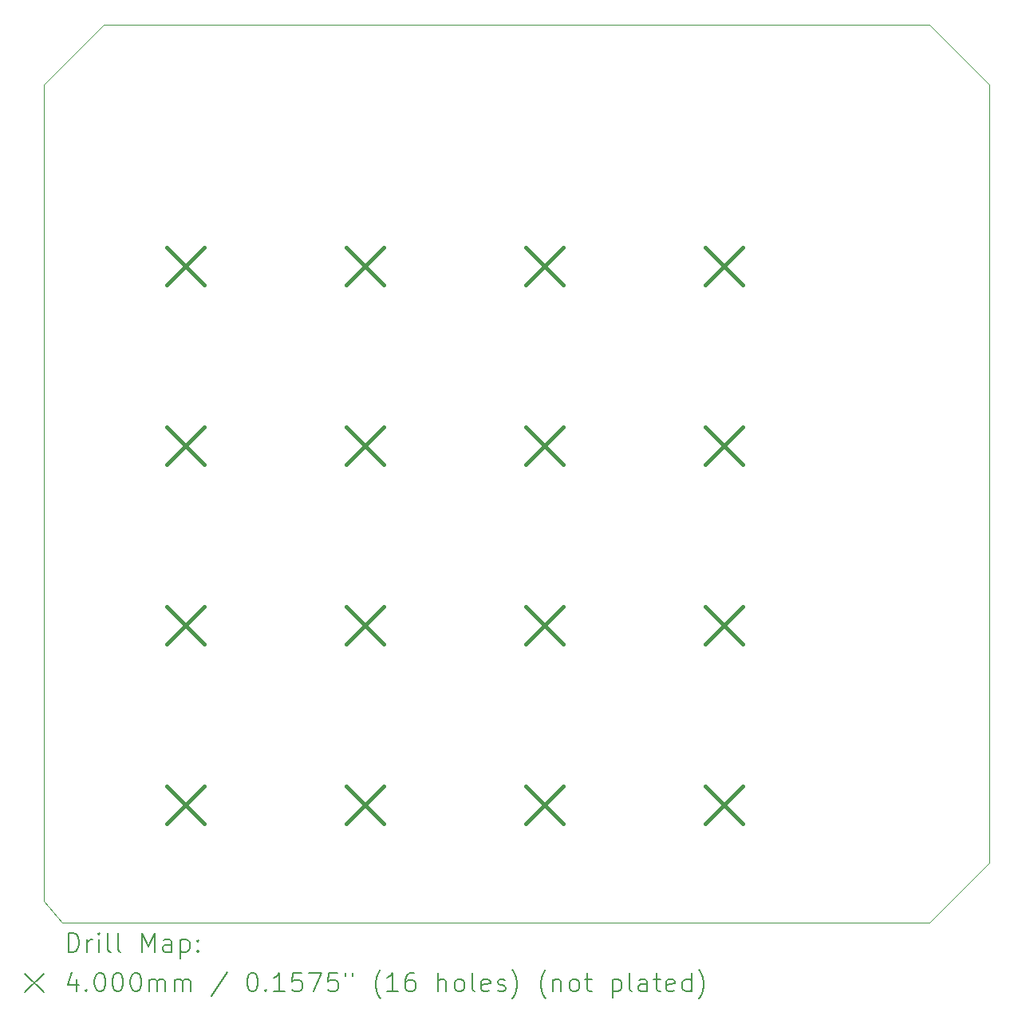
<source format=gbr>
%TF.GenerationSoftware,KiCad,Pcbnew,9.0.0*%
%TF.CreationDate,2025-06-15T15:39:55+02:00*%
%TF.ProjectId,8-bit computer_Keypad_Module,382d6269-7420-4636-9f6d-70757465725f,rev?*%
%TF.SameCoordinates,Original*%
%TF.FileFunction,Drillmap*%
%TF.FilePolarity,Positive*%
%FSLAX45Y45*%
G04 Gerber Fmt 4.5, Leading zero omitted, Abs format (unit mm)*
G04 Created by KiCad (PCBNEW 9.0.0) date 2025-06-15 15:39:55*
%MOMM*%
%LPD*%
G01*
G04 APERTURE LIST*
%ADD10C,0.050000*%
%ADD11C,0.200000*%
%ADD12C,0.400000*%
G04 APERTURE END LIST*
D10*
X11430000Y-4572000D02*
X20193000Y-4572000D01*
X20193000Y-14097000D02*
X11430000Y-14097000D01*
X20828000Y-13462000D02*
X20193000Y-14097000D01*
X10795000Y-5207000D02*
X11430000Y-4572000D01*
X20828000Y-5207000D02*
X20828000Y-13462000D01*
X10795000Y-13869797D02*
X10983002Y-14097000D01*
X20193000Y-4572000D02*
X20828000Y-5207000D01*
X11430000Y-14097000D02*
X10983002Y-14097000D01*
X10795000Y-13462000D02*
X10795000Y-5207000D01*
X10795000Y-13462000D02*
X10795000Y-13869797D01*
D11*
D12*
X12093600Y-6937400D02*
X12493600Y-7337400D01*
X12493600Y-6937400D02*
X12093600Y-7337400D01*
X12093600Y-8842400D02*
X12493600Y-9242400D01*
X12493600Y-8842400D02*
X12093600Y-9242400D01*
X12093600Y-10747400D02*
X12493600Y-11147400D01*
X12493600Y-10747400D02*
X12093600Y-11147400D01*
X12093600Y-12652400D02*
X12493600Y-13052400D01*
X12493600Y-12652400D02*
X12093600Y-13052400D01*
X13998600Y-6937400D02*
X14398600Y-7337400D01*
X14398600Y-6937400D02*
X13998600Y-7337400D01*
X13998600Y-8842400D02*
X14398600Y-9242400D01*
X14398600Y-8842400D02*
X13998600Y-9242400D01*
X13998600Y-10747400D02*
X14398600Y-11147400D01*
X14398600Y-10747400D02*
X13998600Y-11147400D01*
X13998600Y-12652400D02*
X14398600Y-13052400D01*
X14398600Y-12652400D02*
X13998600Y-13052400D01*
X15903600Y-6937400D02*
X16303600Y-7337400D01*
X16303600Y-6937400D02*
X15903600Y-7337400D01*
X15903600Y-8842400D02*
X16303600Y-9242400D01*
X16303600Y-8842400D02*
X15903600Y-9242400D01*
X15903600Y-10747400D02*
X16303600Y-11147400D01*
X16303600Y-10747400D02*
X15903600Y-11147400D01*
X15903600Y-12652400D02*
X16303600Y-13052400D01*
X16303600Y-12652400D02*
X15903600Y-13052400D01*
X17808600Y-6937400D02*
X18208600Y-7337400D01*
X18208600Y-6937400D02*
X17808600Y-7337400D01*
X17808600Y-8842400D02*
X18208600Y-9242400D01*
X18208600Y-8842400D02*
X17808600Y-9242400D01*
X17808600Y-10747400D02*
X18208600Y-11147400D01*
X18208600Y-10747400D02*
X17808600Y-11147400D01*
X17808600Y-12652400D02*
X18208600Y-13052400D01*
X18208600Y-12652400D02*
X17808600Y-13052400D01*
D11*
X11053277Y-14410984D02*
X11053277Y-14210984D01*
X11053277Y-14210984D02*
X11100896Y-14210984D01*
X11100896Y-14210984D02*
X11129467Y-14220508D01*
X11129467Y-14220508D02*
X11148515Y-14239555D01*
X11148515Y-14239555D02*
X11158039Y-14258603D01*
X11158039Y-14258603D02*
X11167563Y-14296698D01*
X11167563Y-14296698D02*
X11167563Y-14325269D01*
X11167563Y-14325269D02*
X11158039Y-14363365D01*
X11158039Y-14363365D02*
X11148515Y-14382412D01*
X11148515Y-14382412D02*
X11129467Y-14401460D01*
X11129467Y-14401460D02*
X11100896Y-14410984D01*
X11100896Y-14410984D02*
X11053277Y-14410984D01*
X11253277Y-14410984D02*
X11253277Y-14277650D01*
X11253277Y-14315746D02*
X11262801Y-14296698D01*
X11262801Y-14296698D02*
X11272324Y-14287174D01*
X11272324Y-14287174D02*
X11291372Y-14277650D01*
X11291372Y-14277650D02*
X11310420Y-14277650D01*
X11377086Y-14410984D02*
X11377086Y-14277650D01*
X11377086Y-14210984D02*
X11367562Y-14220508D01*
X11367562Y-14220508D02*
X11377086Y-14230031D01*
X11377086Y-14230031D02*
X11386610Y-14220508D01*
X11386610Y-14220508D02*
X11377086Y-14210984D01*
X11377086Y-14210984D02*
X11377086Y-14230031D01*
X11500896Y-14410984D02*
X11481848Y-14401460D01*
X11481848Y-14401460D02*
X11472324Y-14382412D01*
X11472324Y-14382412D02*
X11472324Y-14210984D01*
X11605658Y-14410984D02*
X11586610Y-14401460D01*
X11586610Y-14401460D02*
X11577086Y-14382412D01*
X11577086Y-14382412D02*
X11577086Y-14210984D01*
X11834229Y-14410984D02*
X11834229Y-14210984D01*
X11834229Y-14210984D02*
X11900896Y-14353841D01*
X11900896Y-14353841D02*
X11967562Y-14210984D01*
X11967562Y-14210984D02*
X11967562Y-14410984D01*
X12148515Y-14410984D02*
X12148515Y-14306222D01*
X12148515Y-14306222D02*
X12138991Y-14287174D01*
X12138991Y-14287174D02*
X12119943Y-14277650D01*
X12119943Y-14277650D02*
X12081848Y-14277650D01*
X12081848Y-14277650D02*
X12062801Y-14287174D01*
X12148515Y-14401460D02*
X12129467Y-14410984D01*
X12129467Y-14410984D02*
X12081848Y-14410984D01*
X12081848Y-14410984D02*
X12062801Y-14401460D01*
X12062801Y-14401460D02*
X12053277Y-14382412D01*
X12053277Y-14382412D02*
X12053277Y-14363365D01*
X12053277Y-14363365D02*
X12062801Y-14344317D01*
X12062801Y-14344317D02*
X12081848Y-14334793D01*
X12081848Y-14334793D02*
X12129467Y-14334793D01*
X12129467Y-14334793D02*
X12148515Y-14325269D01*
X12243753Y-14277650D02*
X12243753Y-14477650D01*
X12243753Y-14287174D02*
X12262801Y-14277650D01*
X12262801Y-14277650D02*
X12300896Y-14277650D01*
X12300896Y-14277650D02*
X12319943Y-14287174D01*
X12319943Y-14287174D02*
X12329467Y-14296698D01*
X12329467Y-14296698D02*
X12338991Y-14315746D01*
X12338991Y-14315746D02*
X12338991Y-14372888D01*
X12338991Y-14372888D02*
X12329467Y-14391936D01*
X12329467Y-14391936D02*
X12319943Y-14401460D01*
X12319943Y-14401460D02*
X12300896Y-14410984D01*
X12300896Y-14410984D02*
X12262801Y-14410984D01*
X12262801Y-14410984D02*
X12243753Y-14401460D01*
X12424705Y-14391936D02*
X12434229Y-14401460D01*
X12434229Y-14401460D02*
X12424705Y-14410984D01*
X12424705Y-14410984D02*
X12415182Y-14401460D01*
X12415182Y-14401460D02*
X12424705Y-14391936D01*
X12424705Y-14391936D02*
X12424705Y-14410984D01*
X12424705Y-14287174D02*
X12434229Y-14296698D01*
X12434229Y-14296698D02*
X12424705Y-14306222D01*
X12424705Y-14306222D02*
X12415182Y-14296698D01*
X12415182Y-14296698D02*
X12424705Y-14287174D01*
X12424705Y-14287174D02*
X12424705Y-14306222D01*
X10592500Y-14639500D02*
X10792500Y-14839500D01*
X10792500Y-14639500D02*
X10592500Y-14839500D01*
X11138991Y-14697650D02*
X11138991Y-14830984D01*
X11091372Y-14621460D02*
X11043753Y-14764317D01*
X11043753Y-14764317D02*
X11167563Y-14764317D01*
X11243753Y-14811936D02*
X11253277Y-14821460D01*
X11253277Y-14821460D02*
X11243753Y-14830984D01*
X11243753Y-14830984D02*
X11234229Y-14821460D01*
X11234229Y-14821460D02*
X11243753Y-14811936D01*
X11243753Y-14811936D02*
X11243753Y-14830984D01*
X11377086Y-14630984D02*
X11396134Y-14630984D01*
X11396134Y-14630984D02*
X11415182Y-14640508D01*
X11415182Y-14640508D02*
X11424705Y-14650031D01*
X11424705Y-14650031D02*
X11434229Y-14669079D01*
X11434229Y-14669079D02*
X11443753Y-14707174D01*
X11443753Y-14707174D02*
X11443753Y-14754793D01*
X11443753Y-14754793D02*
X11434229Y-14792888D01*
X11434229Y-14792888D02*
X11424705Y-14811936D01*
X11424705Y-14811936D02*
X11415182Y-14821460D01*
X11415182Y-14821460D02*
X11396134Y-14830984D01*
X11396134Y-14830984D02*
X11377086Y-14830984D01*
X11377086Y-14830984D02*
X11358039Y-14821460D01*
X11358039Y-14821460D02*
X11348515Y-14811936D01*
X11348515Y-14811936D02*
X11338991Y-14792888D01*
X11338991Y-14792888D02*
X11329467Y-14754793D01*
X11329467Y-14754793D02*
X11329467Y-14707174D01*
X11329467Y-14707174D02*
X11338991Y-14669079D01*
X11338991Y-14669079D02*
X11348515Y-14650031D01*
X11348515Y-14650031D02*
X11358039Y-14640508D01*
X11358039Y-14640508D02*
X11377086Y-14630984D01*
X11567562Y-14630984D02*
X11586610Y-14630984D01*
X11586610Y-14630984D02*
X11605658Y-14640508D01*
X11605658Y-14640508D02*
X11615182Y-14650031D01*
X11615182Y-14650031D02*
X11624705Y-14669079D01*
X11624705Y-14669079D02*
X11634229Y-14707174D01*
X11634229Y-14707174D02*
X11634229Y-14754793D01*
X11634229Y-14754793D02*
X11624705Y-14792888D01*
X11624705Y-14792888D02*
X11615182Y-14811936D01*
X11615182Y-14811936D02*
X11605658Y-14821460D01*
X11605658Y-14821460D02*
X11586610Y-14830984D01*
X11586610Y-14830984D02*
X11567562Y-14830984D01*
X11567562Y-14830984D02*
X11548515Y-14821460D01*
X11548515Y-14821460D02*
X11538991Y-14811936D01*
X11538991Y-14811936D02*
X11529467Y-14792888D01*
X11529467Y-14792888D02*
X11519943Y-14754793D01*
X11519943Y-14754793D02*
X11519943Y-14707174D01*
X11519943Y-14707174D02*
X11529467Y-14669079D01*
X11529467Y-14669079D02*
X11538991Y-14650031D01*
X11538991Y-14650031D02*
X11548515Y-14640508D01*
X11548515Y-14640508D02*
X11567562Y-14630984D01*
X11758039Y-14630984D02*
X11777086Y-14630984D01*
X11777086Y-14630984D02*
X11796134Y-14640508D01*
X11796134Y-14640508D02*
X11805658Y-14650031D01*
X11805658Y-14650031D02*
X11815182Y-14669079D01*
X11815182Y-14669079D02*
X11824705Y-14707174D01*
X11824705Y-14707174D02*
X11824705Y-14754793D01*
X11824705Y-14754793D02*
X11815182Y-14792888D01*
X11815182Y-14792888D02*
X11805658Y-14811936D01*
X11805658Y-14811936D02*
X11796134Y-14821460D01*
X11796134Y-14821460D02*
X11777086Y-14830984D01*
X11777086Y-14830984D02*
X11758039Y-14830984D01*
X11758039Y-14830984D02*
X11738991Y-14821460D01*
X11738991Y-14821460D02*
X11729467Y-14811936D01*
X11729467Y-14811936D02*
X11719943Y-14792888D01*
X11719943Y-14792888D02*
X11710420Y-14754793D01*
X11710420Y-14754793D02*
X11710420Y-14707174D01*
X11710420Y-14707174D02*
X11719943Y-14669079D01*
X11719943Y-14669079D02*
X11729467Y-14650031D01*
X11729467Y-14650031D02*
X11738991Y-14640508D01*
X11738991Y-14640508D02*
X11758039Y-14630984D01*
X11910420Y-14830984D02*
X11910420Y-14697650D01*
X11910420Y-14716698D02*
X11919943Y-14707174D01*
X11919943Y-14707174D02*
X11938991Y-14697650D01*
X11938991Y-14697650D02*
X11967563Y-14697650D01*
X11967563Y-14697650D02*
X11986610Y-14707174D01*
X11986610Y-14707174D02*
X11996134Y-14726222D01*
X11996134Y-14726222D02*
X11996134Y-14830984D01*
X11996134Y-14726222D02*
X12005658Y-14707174D01*
X12005658Y-14707174D02*
X12024705Y-14697650D01*
X12024705Y-14697650D02*
X12053277Y-14697650D01*
X12053277Y-14697650D02*
X12072324Y-14707174D01*
X12072324Y-14707174D02*
X12081848Y-14726222D01*
X12081848Y-14726222D02*
X12081848Y-14830984D01*
X12177086Y-14830984D02*
X12177086Y-14697650D01*
X12177086Y-14716698D02*
X12186610Y-14707174D01*
X12186610Y-14707174D02*
X12205658Y-14697650D01*
X12205658Y-14697650D02*
X12234229Y-14697650D01*
X12234229Y-14697650D02*
X12253277Y-14707174D01*
X12253277Y-14707174D02*
X12262801Y-14726222D01*
X12262801Y-14726222D02*
X12262801Y-14830984D01*
X12262801Y-14726222D02*
X12272324Y-14707174D01*
X12272324Y-14707174D02*
X12291372Y-14697650D01*
X12291372Y-14697650D02*
X12319943Y-14697650D01*
X12319943Y-14697650D02*
X12338991Y-14707174D01*
X12338991Y-14707174D02*
X12348515Y-14726222D01*
X12348515Y-14726222D02*
X12348515Y-14830984D01*
X12738991Y-14621460D02*
X12567563Y-14878603D01*
X12996134Y-14630984D02*
X13015182Y-14630984D01*
X13015182Y-14630984D02*
X13034229Y-14640508D01*
X13034229Y-14640508D02*
X13043753Y-14650031D01*
X13043753Y-14650031D02*
X13053277Y-14669079D01*
X13053277Y-14669079D02*
X13062801Y-14707174D01*
X13062801Y-14707174D02*
X13062801Y-14754793D01*
X13062801Y-14754793D02*
X13053277Y-14792888D01*
X13053277Y-14792888D02*
X13043753Y-14811936D01*
X13043753Y-14811936D02*
X13034229Y-14821460D01*
X13034229Y-14821460D02*
X13015182Y-14830984D01*
X13015182Y-14830984D02*
X12996134Y-14830984D01*
X12996134Y-14830984D02*
X12977086Y-14821460D01*
X12977086Y-14821460D02*
X12967563Y-14811936D01*
X12967563Y-14811936D02*
X12958039Y-14792888D01*
X12958039Y-14792888D02*
X12948515Y-14754793D01*
X12948515Y-14754793D02*
X12948515Y-14707174D01*
X12948515Y-14707174D02*
X12958039Y-14669079D01*
X12958039Y-14669079D02*
X12967563Y-14650031D01*
X12967563Y-14650031D02*
X12977086Y-14640508D01*
X12977086Y-14640508D02*
X12996134Y-14630984D01*
X13148515Y-14811936D02*
X13158039Y-14821460D01*
X13158039Y-14821460D02*
X13148515Y-14830984D01*
X13148515Y-14830984D02*
X13138991Y-14821460D01*
X13138991Y-14821460D02*
X13148515Y-14811936D01*
X13148515Y-14811936D02*
X13148515Y-14830984D01*
X13348515Y-14830984D02*
X13234229Y-14830984D01*
X13291372Y-14830984D02*
X13291372Y-14630984D01*
X13291372Y-14630984D02*
X13272325Y-14659555D01*
X13272325Y-14659555D02*
X13253277Y-14678603D01*
X13253277Y-14678603D02*
X13234229Y-14688127D01*
X13529467Y-14630984D02*
X13434229Y-14630984D01*
X13434229Y-14630984D02*
X13424706Y-14726222D01*
X13424706Y-14726222D02*
X13434229Y-14716698D01*
X13434229Y-14716698D02*
X13453277Y-14707174D01*
X13453277Y-14707174D02*
X13500896Y-14707174D01*
X13500896Y-14707174D02*
X13519944Y-14716698D01*
X13519944Y-14716698D02*
X13529467Y-14726222D01*
X13529467Y-14726222D02*
X13538991Y-14745269D01*
X13538991Y-14745269D02*
X13538991Y-14792888D01*
X13538991Y-14792888D02*
X13529467Y-14811936D01*
X13529467Y-14811936D02*
X13519944Y-14821460D01*
X13519944Y-14821460D02*
X13500896Y-14830984D01*
X13500896Y-14830984D02*
X13453277Y-14830984D01*
X13453277Y-14830984D02*
X13434229Y-14821460D01*
X13434229Y-14821460D02*
X13424706Y-14811936D01*
X13605658Y-14630984D02*
X13738991Y-14630984D01*
X13738991Y-14630984D02*
X13653277Y-14830984D01*
X13910420Y-14630984D02*
X13815182Y-14630984D01*
X13815182Y-14630984D02*
X13805658Y-14726222D01*
X13805658Y-14726222D02*
X13815182Y-14716698D01*
X13815182Y-14716698D02*
X13834229Y-14707174D01*
X13834229Y-14707174D02*
X13881848Y-14707174D01*
X13881848Y-14707174D02*
X13900896Y-14716698D01*
X13900896Y-14716698D02*
X13910420Y-14726222D01*
X13910420Y-14726222D02*
X13919944Y-14745269D01*
X13919944Y-14745269D02*
X13919944Y-14792888D01*
X13919944Y-14792888D02*
X13910420Y-14811936D01*
X13910420Y-14811936D02*
X13900896Y-14821460D01*
X13900896Y-14821460D02*
X13881848Y-14830984D01*
X13881848Y-14830984D02*
X13834229Y-14830984D01*
X13834229Y-14830984D02*
X13815182Y-14821460D01*
X13815182Y-14821460D02*
X13805658Y-14811936D01*
X13996134Y-14630984D02*
X13996134Y-14669079D01*
X14072325Y-14630984D02*
X14072325Y-14669079D01*
X14367563Y-14907174D02*
X14358039Y-14897650D01*
X14358039Y-14897650D02*
X14338991Y-14869079D01*
X14338991Y-14869079D02*
X14329468Y-14850031D01*
X14329468Y-14850031D02*
X14319944Y-14821460D01*
X14319944Y-14821460D02*
X14310420Y-14773841D01*
X14310420Y-14773841D02*
X14310420Y-14735746D01*
X14310420Y-14735746D02*
X14319944Y-14688127D01*
X14319944Y-14688127D02*
X14329468Y-14659555D01*
X14329468Y-14659555D02*
X14338991Y-14640508D01*
X14338991Y-14640508D02*
X14358039Y-14611936D01*
X14358039Y-14611936D02*
X14367563Y-14602412D01*
X14548515Y-14830984D02*
X14434229Y-14830984D01*
X14491372Y-14830984D02*
X14491372Y-14630984D01*
X14491372Y-14630984D02*
X14472325Y-14659555D01*
X14472325Y-14659555D02*
X14453277Y-14678603D01*
X14453277Y-14678603D02*
X14434229Y-14688127D01*
X14719944Y-14630984D02*
X14681848Y-14630984D01*
X14681848Y-14630984D02*
X14662801Y-14640508D01*
X14662801Y-14640508D02*
X14653277Y-14650031D01*
X14653277Y-14650031D02*
X14634229Y-14678603D01*
X14634229Y-14678603D02*
X14624706Y-14716698D01*
X14624706Y-14716698D02*
X14624706Y-14792888D01*
X14624706Y-14792888D02*
X14634229Y-14811936D01*
X14634229Y-14811936D02*
X14643753Y-14821460D01*
X14643753Y-14821460D02*
X14662801Y-14830984D01*
X14662801Y-14830984D02*
X14700896Y-14830984D01*
X14700896Y-14830984D02*
X14719944Y-14821460D01*
X14719944Y-14821460D02*
X14729468Y-14811936D01*
X14729468Y-14811936D02*
X14738991Y-14792888D01*
X14738991Y-14792888D02*
X14738991Y-14745269D01*
X14738991Y-14745269D02*
X14729468Y-14726222D01*
X14729468Y-14726222D02*
X14719944Y-14716698D01*
X14719944Y-14716698D02*
X14700896Y-14707174D01*
X14700896Y-14707174D02*
X14662801Y-14707174D01*
X14662801Y-14707174D02*
X14643753Y-14716698D01*
X14643753Y-14716698D02*
X14634229Y-14726222D01*
X14634229Y-14726222D02*
X14624706Y-14745269D01*
X14977087Y-14830984D02*
X14977087Y-14630984D01*
X15062801Y-14830984D02*
X15062801Y-14726222D01*
X15062801Y-14726222D02*
X15053277Y-14707174D01*
X15053277Y-14707174D02*
X15034230Y-14697650D01*
X15034230Y-14697650D02*
X15005658Y-14697650D01*
X15005658Y-14697650D02*
X14986610Y-14707174D01*
X14986610Y-14707174D02*
X14977087Y-14716698D01*
X15186610Y-14830984D02*
X15167563Y-14821460D01*
X15167563Y-14821460D02*
X15158039Y-14811936D01*
X15158039Y-14811936D02*
X15148515Y-14792888D01*
X15148515Y-14792888D02*
X15148515Y-14735746D01*
X15148515Y-14735746D02*
X15158039Y-14716698D01*
X15158039Y-14716698D02*
X15167563Y-14707174D01*
X15167563Y-14707174D02*
X15186610Y-14697650D01*
X15186610Y-14697650D02*
X15215182Y-14697650D01*
X15215182Y-14697650D02*
X15234230Y-14707174D01*
X15234230Y-14707174D02*
X15243753Y-14716698D01*
X15243753Y-14716698D02*
X15253277Y-14735746D01*
X15253277Y-14735746D02*
X15253277Y-14792888D01*
X15253277Y-14792888D02*
X15243753Y-14811936D01*
X15243753Y-14811936D02*
X15234230Y-14821460D01*
X15234230Y-14821460D02*
X15215182Y-14830984D01*
X15215182Y-14830984D02*
X15186610Y-14830984D01*
X15367563Y-14830984D02*
X15348515Y-14821460D01*
X15348515Y-14821460D02*
X15338991Y-14802412D01*
X15338991Y-14802412D02*
X15338991Y-14630984D01*
X15519944Y-14821460D02*
X15500896Y-14830984D01*
X15500896Y-14830984D02*
X15462801Y-14830984D01*
X15462801Y-14830984D02*
X15443753Y-14821460D01*
X15443753Y-14821460D02*
X15434230Y-14802412D01*
X15434230Y-14802412D02*
X15434230Y-14726222D01*
X15434230Y-14726222D02*
X15443753Y-14707174D01*
X15443753Y-14707174D02*
X15462801Y-14697650D01*
X15462801Y-14697650D02*
X15500896Y-14697650D01*
X15500896Y-14697650D02*
X15519944Y-14707174D01*
X15519944Y-14707174D02*
X15529468Y-14726222D01*
X15529468Y-14726222D02*
X15529468Y-14745269D01*
X15529468Y-14745269D02*
X15434230Y-14764317D01*
X15605658Y-14821460D02*
X15624706Y-14830984D01*
X15624706Y-14830984D02*
X15662801Y-14830984D01*
X15662801Y-14830984D02*
X15681849Y-14821460D01*
X15681849Y-14821460D02*
X15691372Y-14802412D01*
X15691372Y-14802412D02*
X15691372Y-14792888D01*
X15691372Y-14792888D02*
X15681849Y-14773841D01*
X15681849Y-14773841D02*
X15662801Y-14764317D01*
X15662801Y-14764317D02*
X15634230Y-14764317D01*
X15634230Y-14764317D02*
X15615182Y-14754793D01*
X15615182Y-14754793D02*
X15605658Y-14735746D01*
X15605658Y-14735746D02*
X15605658Y-14726222D01*
X15605658Y-14726222D02*
X15615182Y-14707174D01*
X15615182Y-14707174D02*
X15634230Y-14697650D01*
X15634230Y-14697650D02*
X15662801Y-14697650D01*
X15662801Y-14697650D02*
X15681849Y-14707174D01*
X15758039Y-14907174D02*
X15767563Y-14897650D01*
X15767563Y-14897650D02*
X15786611Y-14869079D01*
X15786611Y-14869079D02*
X15796134Y-14850031D01*
X15796134Y-14850031D02*
X15805658Y-14821460D01*
X15805658Y-14821460D02*
X15815182Y-14773841D01*
X15815182Y-14773841D02*
X15815182Y-14735746D01*
X15815182Y-14735746D02*
X15805658Y-14688127D01*
X15805658Y-14688127D02*
X15796134Y-14659555D01*
X15796134Y-14659555D02*
X15786611Y-14640508D01*
X15786611Y-14640508D02*
X15767563Y-14611936D01*
X15767563Y-14611936D02*
X15758039Y-14602412D01*
X16119944Y-14907174D02*
X16110420Y-14897650D01*
X16110420Y-14897650D02*
X16091372Y-14869079D01*
X16091372Y-14869079D02*
X16081849Y-14850031D01*
X16081849Y-14850031D02*
X16072325Y-14821460D01*
X16072325Y-14821460D02*
X16062801Y-14773841D01*
X16062801Y-14773841D02*
X16062801Y-14735746D01*
X16062801Y-14735746D02*
X16072325Y-14688127D01*
X16072325Y-14688127D02*
X16081849Y-14659555D01*
X16081849Y-14659555D02*
X16091372Y-14640508D01*
X16091372Y-14640508D02*
X16110420Y-14611936D01*
X16110420Y-14611936D02*
X16119944Y-14602412D01*
X16196134Y-14697650D02*
X16196134Y-14830984D01*
X16196134Y-14716698D02*
X16205658Y-14707174D01*
X16205658Y-14707174D02*
X16224706Y-14697650D01*
X16224706Y-14697650D02*
X16253277Y-14697650D01*
X16253277Y-14697650D02*
X16272325Y-14707174D01*
X16272325Y-14707174D02*
X16281849Y-14726222D01*
X16281849Y-14726222D02*
X16281849Y-14830984D01*
X16405658Y-14830984D02*
X16386611Y-14821460D01*
X16386611Y-14821460D02*
X16377087Y-14811936D01*
X16377087Y-14811936D02*
X16367563Y-14792888D01*
X16367563Y-14792888D02*
X16367563Y-14735746D01*
X16367563Y-14735746D02*
X16377087Y-14716698D01*
X16377087Y-14716698D02*
X16386611Y-14707174D01*
X16386611Y-14707174D02*
X16405658Y-14697650D01*
X16405658Y-14697650D02*
X16434230Y-14697650D01*
X16434230Y-14697650D02*
X16453277Y-14707174D01*
X16453277Y-14707174D02*
X16462801Y-14716698D01*
X16462801Y-14716698D02*
X16472325Y-14735746D01*
X16472325Y-14735746D02*
X16472325Y-14792888D01*
X16472325Y-14792888D02*
X16462801Y-14811936D01*
X16462801Y-14811936D02*
X16453277Y-14821460D01*
X16453277Y-14821460D02*
X16434230Y-14830984D01*
X16434230Y-14830984D02*
X16405658Y-14830984D01*
X16529468Y-14697650D02*
X16605658Y-14697650D01*
X16558039Y-14630984D02*
X16558039Y-14802412D01*
X16558039Y-14802412D02*
X16567563Y-14821460D01*
X16567563Y-14821460D02*
X16586611Y-14830984D01*
X16586611Y-14830984D02*
X16605658Y-14830984D01*
X16824706Y-14697650D02*
X16824706Y-14897650D01*
X16824706Y-14707174D02*
X16843754Y-14697650D01*
X16843754Y-14697650D02*
X16881849Y-14697650D01*
X16881849Y-14697650D02*
X16900896Y-14707174D01*
X16900896Y-14707174D02*
X16910420Y-14716698D01*
X16910420Y-14716698D02*
X16919944Y-14735746D01*
X16919944Y-14735746D02*
X16919944Y-14792888D01*
X16919944Y-14792888D02*
X16910420Y-14811936D01*
X16910420Y-14811936D02*
X16900896Y-14821460D01*
X16900896Y-14821460D02*
X16881849Y-14830984D01*
X16881849Y-14830984D02*
X16843754Y-14830984D01*
X16843754Y-14830984D02*
X16824706Y-14821460D01*
X17034230Y-14830984D02*
X17015182Y-14821460D01*
X17015182Y-14821460D02*
X17005658Y-14802412D01*
X17005658Y-14802412D02*
X17005658Y-14630984D01*
X17196135Y-14830984D02*
X17196135Y-14726222D01*
X17196135Y-14726222D02*
X17186611Y-14707174D01*
X17186611Y-14707174D02*
X17167563Y-14697650D01*
X17167563Y-14697650D02*
X17129468Y-14697650D01*
X17129468Y-14697650D02*
X17110420Y-14707174D01*
X17196135Y-14821460D02*
X17177087Y-14830984D01*
X17177087Y-14830984D02*
X17129468Y-14830984D01*
X17129468Y-14830984D02*
X17110420Y-14821460D01*
X17110420Y-14821460D02*
X17100896Y-14802412D01*
X17100896Y-14802412D02*
X17100896Y-14783365D01*
X17100896Y-14783365D02*
X17110420Y-14764317D01*
X17110420Y-14764317D02*
X17129468Y-14754793D01*
X17129468Y-14754793D02*
X17177087Y-14754793D01*
X17177087Y-14754793D02*
X17196135Y-14745269D01*
X17262801Y-14697650D02*
X17338992Y-14697650D01*
X17291373Y-14630984D02*
X17291373Y-14802412D01*
X17291373Y-14802412D02*
X17300896Y-14821460D01*
X17300896Y-14821460D02*
X17319944Y-14830984D01*
X17319944Y-14830984D02*
X17338992Y-14830984D01*
X17481849Y-14821460D02*
X17462801Y-14830984D01*
X17462801Y-14830984D02*
X17424706Y-14830984D01*
X17424706Y-14830984D02*
X17405658Y-14821460D01*
X17405658Y-14821460D02*
X17396135Y-14802412D01*
X17396135Y-14802412D02*
X17396135Y-14726222D01*
X17396135Y-14726222D02*
X17405658Y-14707174D01*
X17405658Y-14707174D02*
X17424706Y-14697650D01*
X17424706Y-14697650D02*
X17462801Y-14697650D01*
X17462801Y-14697650D02*
X17481849Y-14707174D01*
X17481849Y-14707174D02*
X17491373Y-14726222D01*
X17491373Y-14726222D02*
X17491373Y-14745269D01*
X17491373Y-14745269D02*
X17396135Y-14764317D01*
X17662801Y-14830984D02*
X17662801Y-14630984D01*
X17662801Y-14821460D02*
X17643754Y-14830984D01*
X17643754Y-14830984D02*
X17605658Y-14830984D01*
X17605658Y-14830984D02*
X17586611Y-14821460D01*
X17586611Y-14821460D02*
X17577087Y-14811936D01*
X17577087Y-14811936D02*
X17567563Y-14792888D01*
X17567563Y-14792888D02*
X17567563Y-14735746D01*
X17567563Y-14735746D02*
X17577087Y-14716698D01*
X17577087Y-14716698D02*
X17586611Y-14707174D01*
X17586611Y-14707174D02*
X17605658Y-14697650D01*
X17605658Y-14697650D02*
X17643754Y-14697650D01*
X17643754Y-14697650D02*
X17662801Y-14707174D01*
X17738992Y-14907174D02*
X17748516Y-14897650D01*
X17748516Y-14897650D02*
X17767563Y-14869079D01*
X17767563Y-14869079D02*
X17777087Y-14850031D01*
X17777087Y-14850031D02*
X17786611Y-14821460D01*
X17786611Y-14821460D02*
X17796135Y-14773841D01*
X17796135Y-14773841D02*
X17796135Y-14735746D01*
X17796135Y-14735746D02*
X17786611Y-14688127D01*
X17786611Y-14688127D02*
X17777087Y-14659555D01*
X17777087Y-14659555D02*
X17767563Y-14640508D01*
X17767563Y-14640508D02*
X17748516Y-14611936D01*
X17748516Y-14611936D02*
X17738992Y-14602412D01*
M02*

</source>
